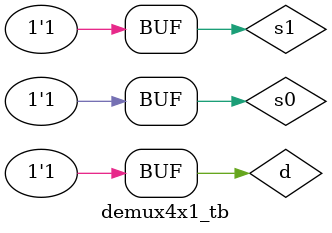
<source format=v>
`timescale 1ns/1ps
module demux4x1_tb;
  reg d,s1,s0;
  wire y0,y1,y2,y3;
  demux4x1  ins1(d,s1,s0,y0,y1,y2,y3);
  initial
begin
   $dumpfile("demux4x1.vcd");
   $dumpvars(1);
end

  initial
begin
  
   d=1'b0; {s1,s0}=2'b00;
#5 d=1'b1; {s1,s0}=2'b01;
#5 d=1'b0;{s1,s0}=2'b10;
#5 d=1'b1; {s1,s0}=2'b11;
end
initial
  $monitor("simtime=%0g, d=%b, s1=%b, s0=%b, y0=%b,y1=%b,y2=%b,y3=%b", $time, d, s1,s0,y0,y1,y2,y3);
endmodule
  
</source>
